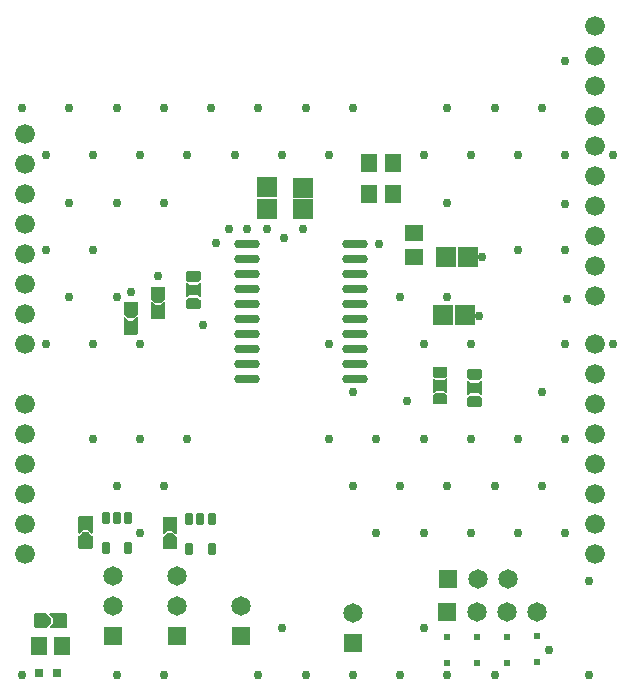
<source format=gts>
G04*
G04 #@! TF.GenerationSoftware,Altium Limited,Altium Designer,21.2.0 (30)*
G04*
G04 Layer_Color=8388736*
%FSLAX25Y25*%
%MOIN*%
G70*
G04*
G04 #@! TF.SameCoordinates,23E6F6A8-B4C1-47F9-9D7B-204F1C257D05*
G04*
G04*
G04 #@! TF.FilePolarity,Negative*
G04*
G01*
G75*
%ADD18O,0.08661X0.02953*%
G04:AMPARAMS|DCode=19|XSize=27.56mil|YSize=37.4mil|CornerRadius=4.9mil|HoleSize=0mil|Usage=FLASHONLY|Rotation=0.000|XOffset=0mil|YOffset=0mil|HoleType=Round|Shape=RoundedRectangle|*
%AMROUNDEDRECTD19*
21,1,0.02756,0.02760,0,0,0.0*
21,1,0.01776,0.03740,0,0,0.0*
1,1,0.00980,0.00888,-0.01380*
1,1,0.00980,-0.00888,-0.01380*
1,1,0.00980,-0.00888,0.01380*
1,1,0.00980,0.00888,0.01380*
%
%ADD19ROUNDEDRECTD19*%
%ADD20R,0.06693X0.06693*%
%ADD21R,0.05315X0.06299*%
%ADD22R,0.01591X0.01591*%
%ADD23R,0.03150X0.03150*%
%ADD24R,0.01591X0.01591*%
%ADD25R,0.06693X0.06693*%
%ADD26R,0.02362X0.02362*%
%ADD27R,0.06299X0.05315*%
%ADD28C,0.06496*%
%ADD29R,0.06496X0.06496*%
%ADD30R,0.06496X0.06496*%
%ADD31C,0.06591*%
%ADD32C,0.02953*%
G36*
X68288Y148306D02*
X68333Y148295D01*
X68376Y148277D01*
X68416Y148253D01*
X68451Y148223D01*
X68481Y148187D01*
X68506Y148148D01*
X68523Y148105D01*
X68534Y148060D01*
X68538Y148013D01*
Y145613D01*
X68534Y145567D01*
X68523Y145522D01*
X68511Y145492D01*
X68506Y145479D01*
X68481Y145439D01*
X68451Y145404D01*
X67851Y144804D01*
X67816Y144774D01*
X67776Y144749D01*
X67764Y144744D01*
X67733Y144732D01*
X67688Y144721D01*
X67642Y144717D01*
X64642D01*
X64595Y144721D01*
X64550Y144732D01*
X64520Y144744D01*
X64507Y144749D01*
X64468Y144774D01*
X64432Y144804D01*
X63832Y145404D01*
X63802Y145439D01*
X63778Y145479D01*
X63773Y145492D01*
X63760Y145522D01*
X63749Y145567D01*
X63745Y145613D01*
Y148013D01*
X63749Y148060D01*
X63760Y148105D01*
X63778Y148148D01*
X63802Y148187D01*
X63832Y148223D01*
X63868Y148253D01*
X63907Y148277D01*
X63950Y148295D01*
X63995Y148306D01*
X64042Y148310D01*
X68242D01*
X68288Y148306D01*
D02*
G37*
G36*
Y144518D02*
X68333Y144508D01*
X68364Y144495D01*
X68376Y144490D01*
X68416Y144466D01*
X68451Y144435D01*
X68481Y144400D01*
X68506Y144360D01*
X68511Y144348D01*
X68523Y144317D01*
X68534Y144272D01*
X68538Y144226D01*
Y140026D01*
X68534Y139980D01*
X68523Y139934D01*
X68511Y139904D01*
X68506Y139892D01*
X68481Y139852D01*
X68451Y139816D01*
X68416Y139786D01*
X68376Y139762D01*
X68364Y139757D01*
X68333Y139744D01*
X68288Y139733D01*
X68242Y139730D01*
X68195Y139733D01*
X68150Y139744D01*
X68120Y139757D01*
X68107Y139762D01*
X68068Y139786D01*
X68032Y139816D01*
X67519Y140330D01*
X64764D01*
X64251Y139816D01*
X64216Y139786D01*
X64176Y139762D01*
X64164Y139757D01*
X64133Y139744D01*
X64088Y139733D01*
X64042Y139730D01*
X63995Y139733D01*
X63950Y139744D01*
X63920Y139757D01*
X63907Y139762D01*
X63868Y139786D01*
X63832Y139816D01*
X63802Y139852D01*
X63778Y139892D01*
X63773Y139904D01*
X63760Y139934D01*
X63749Y139980D01*
X63745Y140026D01*
Y144226D01*
X63749Y144272D01*
X63760Y144317D01*
X63773Y144348D01*
X63778Y144360D01*
X63802Y144400D01*
X63832Y144435D01*
X63868Y144466D01*
X63907Y144490D01*
X63920Y144495D01*
X63950Y144508D01*
X63995Y144518D01*
X64042Y144522D01*
X64088Y144518D01*
X64133Y144508D01*
X64164Y144495D01*
X64176Y144490D01*
X64216Y144466D01*
X64251Y144435D01*
X64764Y143922D01*
X67519D01*
X68032Y144435D01*
X68068Y144466D01*
X68107Y144490D01*
X68120Y144495D01*
X68150Y144508D01*
X68195Y144518D01*
X68242Y144522D01*
X68288Y144518D01*
D02*
G37*
G36*
X56477Y143132D02*
X56522Y143121D01*
X56565Y143103D01*
X56605Y143079D01*
X56640Y143049D01*
X56670Y143014D01*
X56695Y142974D01*
X56712Y142931D01*
X56723Y142886D01*
X56727Y142839D01*
Y139239D01*
X56723Y139193D01*
X56712Y139148D01*
X56700Y139118D01*
X56695Y139105D01*
X56670Y139065D01*
X56640Y139030D01*
X55440Y137830D01*
X55405Y137800D01*
X55365Y137776D01*
X55353Y137770D01*
X55322Y137758D01*
X55277Y137747D01*
X55231Y137743D01*
X55231Y137743D01*
X53431D01*
X53384Y137747D01*
X53339Y137758D01*
X53309Y137770D01*
X53296Y137776D01*
X53257Y137800D01*
X53221Y137830D01*
X52021Y139030D01*
X51991Y139065D01*
X51967Y139105D01*
X51962Y139118D01*
X51949Y139148D01*
X51938Y139193D01*
X51934Y139239D01*
X51934Y139240D01*
Y142839D01*
X51938Y142886D01*
X51949Y142931D01*
X51967Y142974D01*
X51991Y143014D01*
X52021Y143049D01*
X52057Y143079D01*
X52096Y143103D01*
X52139Y143121D01*
X52184Y143132D01*
X52231Y143136D01*
X56431D01*
X56477Y143132D01*
D02*
G37*
G36*
Y138145D02*
X56522Y138134D01*
X56565Y138116D01*
X56605Y138092D01*
X56640Y138061D01*
X56670Y138026D01*
X56695Y137986D01*
X56712Y137943D01*
X56723Y137898D01*
X56727Y137852D01*
X56727Y137852D01*
X56727Y132621D01*
X56723Y132575D01*
X56712Y132530D01*
X56695Y132487D01*
X56670Y132447D01*
X56640Y132412D01*
X56605Y132382D01*
X56565Y132357D01*
X56522Y132340D01*
X56477Y132329D01*
X56431Y132325D01*
X52231D01*
X52184Y132329D01*
X52139Y132340D01*
X52096Y132357D01*
X52057Y132382D01*
X52021Y132412D01*
X51991Y132447D01*
X51967Y132487D01*
X51949Y132530D01*
X51938Y132575D01*
X51934Y132621D01*
X51934Y137852D01*
X51938Y137898D01*
X51949Y137943D01*
X51962Y137974D01*
X51967Y137986D01*
X51991Y138026D01*
X52021Y138061D01*
X52057Y138092D01*
X52096Y138116D01*
X52109Y138121D01*
X52139Y138134D01*
X52184Y138145D01*
X52231Y138148D01*
X52277Y138145D01*
X52322Y138134D01*
X52353Y138121D01*
X52365Y138116D01*
X52405Y138092D01*
X52440Y138061D01*
X53553Y136948D01*
X55108D01*
X56221Y138061D01*
X56257Y138092D01*
X56296Y138116D01*
X56309Y138121D01*
X56339Y138134D01*
X56384Y138145D01*
X56431Y138148D01*
X56477Y138145D01*
D02*
G37*
G36*
X67688Y139531D02*
X67733Y139520D01*
X67764Y139508D01*
X67776Y139503D01*
X67816Y139478D01*
X67851Y139448D01*
X68451Y138848D01*
X68481Y138813D01*
X68506Y138773D01*
X68511Y138760D01*
X68523Y138730D01*
X68534Y138685D01*
X68538Y138639D01*
Y136239D01*
X68534Y136192D01*
X68523Y136147D01*
X68506Y136104D01*
X68481Y136065D01*
X68451Y136029D01*
X68416Y135999D01*
X68376Y135975D01*
X68333Y135957D01*
X68288Y135946D01*
X68242Y135942D01*
X64042D01*
X63995Y135946D01*
X63950Y135957D01*
X63907Y135975D01*
X63868Y135999D01*
X63832Y136029D01*
X63802Y136065D01*
X63778Y136104D01*
X63760Y136147D01*
X63749Y136192D01*
X63745Y136239D01*
Y138639D01*
X63749Y138685D01*
X63760Y138730D01*
X63773Y138760D01*
X63778Y138773D01*
X63802Y138813D01*
X63832Y138848D01*
X64432Y139448D01*
X64468Y139478D01*
X64507Y139503D01*
X64520Y139508D01*
X64550Y139520D01*
X64595Y139531D01*
X64642Y139535D01*
X67642D01*
X67688Y139531D01*
D02*
G37*
G36*
X47422Y138070D02*
X47467Y138059D01*
X47510Y138041D01*
X47550Y138017D01*
X47585Y137987D01*
X47615Y137951D01*
X47640Y137912D01*
X47657Y137869D01*
X47668Y137823D01*
X47672Y137777D01*
Y134177D01*
X47668Y134131D01*
X47657Y134086D01*
X47645Y134055D01*
X47640Y134043D01*
X47615Y134003D01*
X47585Y133968D01*
X46385Y132768D01*
X46350Y132738D01*
X46310Y132713D01*
X46297Y132708D01*
X46267Y132695D01*
X46222Y132685D01*
X46176Y132681D01*
X46176Y132681D01*
X44376D01*
X44329Y132685D01*
X44284Y132695D01*
X44254Y132708D01*
X44241Y132713D01*
X44201Y132738D01*
X44166Y132768D01*
X42966Y133968D01*
X42936Y134003D01*
X42912Y134043D01*
X42906Y134055D01*
X42894Y134086D01*
X42883Y134131D01*
X42879Y134177D01*
X42879Y134177D01*
Y137777D01*
X42883Y137823D01*
X42894Y137869D01*
X42912Y137912D01*
X42936Y137951D01*
X42966Y137987D01*
X43001Y138017D01*
X43041Y138041D01*
X43084Y138059D01*
X43129Y138070D01*
X43176Y138073D01*
X47376D01*
X47422Y138070D01*
D02*
G37*
G36*
Y133082D02*
X47467Y133071D01*
X47510Y133054D01*
X47550Y133029D01*
X47585Y132999D01*
X47615Y132964D01*
X47640Y132924D01*
X47657Y132881D01*
X47668Y132836D01*
X47672Y132790D01*
X47672Y132790D01*
X47672Y127559D01*
X47668Y127513D01*
X47657Y127468D01*
X47640Y127425D01*
X47615Y127385D01*
X47585Y127350D01*
X47550Y127320D01*
X47510Y127295D01*
X47467Y127277D01*
X47422Y127267D01*
X47376Y127263D01*
X43176D01*
X43129Y127267D01*
X43084Y127277D01*
X43041Y127295D01*
X43001Y127320D01*
X42966Y127350D01*
X42936Y127385D01*
X42912Y127425D01*
X42894Y127468D01*
X42883Y127513D01*
X42879Y127559D01*
X42879Y132790D01*
X42883Y132836D01*
X42894Y132881D01*
X42906Y132912D01*
X42912Y132924D01*
X42936Y132964D01*
X42966Y132999D01*
X43001Y133029D01*
X43041Y133054D01*
X43054Y133059D01*
X43084Y133071D01*
X43129Y133082D01*
X43176Y133086D01*
X43222Y133082D01*
X43267Y133071D01*
X43297Y133059D01*
X43310Y133054D01*
X43350Y133029D01*
X43385Y132999D01*
X44498Y131886D01*
X46053D01*
X47166Y132999D01*
X47201Y133029D01*
X47241Y133054D01*
X47254Y133059D01*
X47284Y133071D01*
X47329Y133082D01*
X47376Y133086D01*
X47422Y133082D01*
D02*
G37*
G36*
X150572Y116416D02*
X150617Y116405D01*
X150660Y116387D01*
X150699Y116363D01*
X150735Y116333D01*
X150765Y116298D01*
X150789Y116258D01*
X150807Y116215D01*
X150818Y116170D01*
X150821Y116124D01*
Y113724D01*
X150818Y113677D01*
X150807Y113632D01*
X150794Y113602D01*
X150789Y113589D01*
X150765Y113549D01*
X150735Y113514D01*
X150135Y112914D01*
X150099Y112884D01*
X150060Y112860D01*
X150047Y112855D01*
X150017Y112842D01*
X149971Y112831D01*
X149925Y112827D01*
X146925D01*
X146879Y112831D01*
X146834Y112842D01*
X146803Y112855D01*
X146791Y112860D01*
X146751Y112884D01*
X146716Y112914D01*
X146116Y113514D01*
X146086Y113549D01*
X146061Y113589D01*
X146056Y113602D01*
X146044Y113632D01*
X146033Y113677D01*
X146029Y113724D01*
Y116124D01*
X146033Y116170D01*
X146044Y116215D01*
X146061Y116258D01*
X146086Y116298D01*
X146116Y116333D01*
X146151Y116363D01*
X146191Y116387D01*
X146234Y116405D01*
X146279Y116416D01*
X146325Y116420D01*
X150525D01*
X150572Y116416D01*
D02*
G37*
G36*
X161989Y115629D02*
X162034Y115618D01*
X162077Y115600D01*
X162117Y115576D01*
X162152Y115546D01*
X162182Y115510D01*
X162206Y115471D01*
X162224Y115428D01*
X162235Y115383D01*
X162239Y115336D01*
Y112936D01*
X162235Y112890D01*
X162224Y112845D01*
X162212Y112814D01*
X162206Y112802D01*
X162182Y112762D01*
X162152Y112727D01*
X161552Y112127D01*
X161517Y112097D01*
X161477Y112072D01*
X161464Y112067D01*
X161434Y112055D01*
X161389Y112044D01*
X161343Y112040D01*
X158343D01*
X158296Y112044D01*
X158251Y112055D01*
X158221Y112067D01*
X158208Y112072D01*
X158168Y112097D01*
X158133Y112127D01*
X157533Y112727D01*
X157503Y112762D01*
X157479Y112802D01*
X157473Y112814D01*
X157461Y112845D01*
X157450Y112890D01*
X157446Y112936D01*
Y115336D01*
X157450Y115383D01*
X157461Y115428D01*
X157479Y115471D01*
X157503Y115510D01*
X157533Y115546D01*
X157568Y115576D01*
X157608Y115600D01*
X157651Y115618D01*
X157696Y115629D01*
X157743Y115632D01*
X161943D01*
X161989Y115629D01*
D02*
G37*
G36*
X150572Y112629D02*
X150617Y112618D01*
X150647Y112605D01*
X150660Y112600D01*
X150699Y112576D01*
X150735Y112546D01*
X150765Y112510D01*
X150789Y112471D01*
X150794Y112458D01*
X150807Y112428D01*
X150818Y112382D01*
X150821Y112336D01*
Y108136D01*
X150818Y108090D01*
X150807Y108045D01*
X150794Y108014D01*
X150789Y108002D01*
X150765Y107962D01*
X150735Y107927D01*
X150699Y107897D01*
X150660Y107872D01*
X150647Y107867D01*
X150617Y107854D01*
X150572Y107844D01*
X150525Y107840D01*
X150479Y107844D01*
X150434Y107854D01*
X150403Y107867D01*
X150391Y107872D01*
X150351Y107897D01*
X150316Y107927D01*
X149802Y108440D01*
X147048D01*
X146535Y107927D01*
X146499Y107897D01*
X146460Y107872D01*
X146447Y107867D01*
X146417Y107854D01*
X146371Y107844D01*
X146325Y107840D01*
X146279Y107844D01*
X146234Y107854D01*
X146203Y107867D01*
X146191Y107872D01*
X146151Y107897D01*
X146116Y107927D01*
X146086Y107962D01*
X146061Y108002D01*
X146056Y108014D01*
X146044Y108045D01*
X146033Y108090D01*
X146029Y108136D01*
Y112336D01*
X146033Y112382D01*
X146044Y112428D01*
X146056Y112458D01*
X146061Y112471D01*
X146086Y112510D01*
X146116Y112546D01*
X146151Y112576D01*
X146191Y112600D01*
X146203Y112605D01*
X146234Y112618D01*
X146279Y112629D01*
X146325Y112632D01*
X146371Y112629D01*
X146417Y112618D01*
X146447Y112605D01*
X146460Y112600D01*
X146499Y112576D01*
X146535Y112546D01*
X147048Y112032D01*
X149802D01*
X150316Y112546D01*
X150351Y112576D01*
X150391Y112600D01*
X150403Y112605D01*
X150434Y112618D01*
X150479Y112629D01*
X150525Y112632D01*
X150572Y112629D01*
D02*
G37*
G36*
X161989Y111841D02*
X162034Y111830D01*
X162064Y111818D01*
X162077Y111813D01*
X162117Y111788D01*
X162152Y111758D01*
X162182Y111723D01*
X162206Y111683D01*
X162212Y111671D01*
X162224Y111640D01*
X162235Y111595D01*
X162239Y111549D01*
Y107349D01*
X162235Y107302D01*
X162224Y107257D01*
X162212Y107227D01*
X162206Y107214D01*
X162182Y107175D01*
X162152Y107139D01*
X162117Y107109D01*
X162077Y107085D01*
X162064Y107080D01*
X162034Y107067D01*
X161989Y107056D01*
X161943Y107053D01*
X161896Y107056D01*
X161851Y107067D01*
X161821Y107080D01*
X161808Y107085D01*
X161768Y107109D01*
X161733Y107139D01*
X161220Y107653D01*
X158465D01*
X157952Y107139D01*
X157917Y107109D01*
X157877Y107085D01*
X157864Y107080D01*
X157834Y107067D01*
X157789Y107056D01*
X157743Y107053D01*
X157696Y107056D01*
X157651Y107067D01*
X157621Y107080D01*
X157608Y107085D01*
X157568Y107109D01*
X157533Y107139D01*
X157503Y107175D01*
X157479Y107214D01*
X157473Y107227D01*
X157461Y107257D01*
X157450Y107302D01*
X157446Y107349D01*
Y111549D01*
X157450Y111595D01*
X157461Y111640D01*
X157473Y111671D01*
X157479Y111683D01*
X157503Y111723D01*
X157533Y111758D01*
X157568Y111788D01*
X157608Y111813D01*
X157621Y111818D01*
X157651Y111830D01*
X157696Y111841D01*
X157743Y111845D01*
X157789Y111841D01*
X157834Y111830D01*
X157864Y111818D01*
X157877Y111813D01*
X157917Y111788D01*
X157952Y111758D01*
X158465Y111245D01*
X161220D01*
X161733Y111758D01*
X161768Y111788D01*
X161808Y111813D01*
X161821Y111818D01*
X161851Y111830D01*
X161896Y111841D01*
X161943Y111845D01*
X161989Y111841D01*
D02*
G37*
G36*
X149971Y107641D02*
X150017Y107631D01*
X150047Y107618D01*
X150060Y107613D01*
X150099Y107588D01*
X150135Y107558D01*
X150735Y106958D01*
X150765Y106923D01*
X150789Y106883D01*
X150794Y106871D01*
X150807Y106840D01*
X150818Y106795D01*
X150821Y106749D01*
Y104349D01*
X150818Y104303D01*
X150807Y104257D01*
X150789Y104214D01*
X150765Y104175D01*
X150735Y104139D01*
X150699Y104109D01*
X150660Y104085D01*
X150617Y104067D01*
X150572Y104056D01*
X150525Y104053D01*
X146325D01*
X146279Y104056D01*
X146234Y104067D01*
X146191Y104085D01*
X146151Y104109D01*
X146116Y104139D01*
X146086Y104175D01*
X146061Y104214D01*
X146044Y104257D01*
X146033Y104303D01*
X146029Y104349D01*
Y106749D01*
X146033Y106795D01*
X146044Y106840D01*
X146056Y106871D01*
X146061Y106883D01*
X146086Y106923D01*
X146116Y106958D01*
X146716Y107558D01*
X146751Y107588D01*
X146791Y107613D01*
X146803Y107618D01*
X146834Y107631D01*
X146879Y107641D01*
X146925Y107645D01*
X149925D01*
X149971Y107641D01*
D02*
G37*
G36*
X161389Y106854D02*
X161434Y106843D01*
X161464Y106831D01*
X161477Y106825D01*
X161517Y106801D01*
X161552Y106771D01*
X162152Y106171D01*
X162182Y106135D01*
X162206Y106096D01*
X162212Y106083D01*
X162224Y106053D01*
X162235Y106008D01*
X162239Y105961D01*
Y103561D01*
X162235Y103515D01*
X162224Y103470D01*
X162206Y103427D01*
X162182Y103387D01*
X162152Y103352D01*
X162117Y103322D01*
X162077Y103297D01*
X162034Y103280D01*
X161989Y103269D01*
X161943Y103265D01*
X157743D01*
X157696Y103269D01*
X157651Y103280D01*
X157608Y103297D01*
X157568Y103322D01*
X157533Y103352D01*
X157503Y103387D01*
X157479Y103427D01*
X157461Y103470D01*
X157450Y103515D01*
X157446Y103561D01*
Y105961D01*
X157450Y106008D01*
X157461Y106053D01*
X157473Y106083D01*
X157479Y106096D01*
X157503Y106135D01*
X157533Y106171D01*
X158133Y106771D01*
X158168Y106801D01*
X158208Y106825D01*
X158221Y106831D01*
X158251Y106843D01*
X158296Y106854D01*
X158343Y106858D01*
X161343D01*
X161389Y106854D01*
D02*
G37*
G36*
X32349Y66734D02*
X32394Y66723D01*
X32437Y66706D01*
X32476Y66681D01*
X32512Y66651D01*
X32542Y66616D01*
X32566Y66576D01*
X32584Y66533D01*
X32595Y66488D01*
X32599Y66442D01*
X32599Y61211D01*
X32595Y61165D01*
X32584Y61120D01*
X32572Y61089D01*
X32566Y61076D01*
X32542Y61037D01*
X32512Y61002D01*
X32476Y60971D01*
X32437Y60947D01*
X32424Y60942D01*
X32394Y60929D01*
X32349Y60918D01*
X32302Y60915D01*
X32256Y60918D01*
X32211Y60929D01*
X32181Y60942D01*
X32168Y60947D01*
X32128Y60971D01*
X32093Y61002D01*
X30980Y62115D01*
X29425D01*
X28312Y61002D01*
X28277Y60971D01*
X28237Y60947D01*
X28224Y60942D01*
X28194Y60929D01*
X28149Y60918D01*
X28102Y60915D01*
X28056Y60918D01*
X28011Y60929D01*
X27968Y60947D01*
X27928Y60971D01*
X27893Y61002D01*
X27863Y61037D01*
X27839Y61076D01*
X27821Y61120D01*
X27810Y61165D01*
X27806Y61211D01*
X27806Y61211D01*
X27806Y66442D01*
X27810Y66488D01*
X27821Y66533D01*
X27839Y66576D01*
X27863Y66616D01*
X27893Y66651D01*
X27928Y66681D01*
X27968Y66706D01*
X28011Y66723D01*
X28056Y66734D01*
X28102Y66738D01*
X32302D01*
X32349Y66734D01*
D02*
G37*
G36*
X60414Y66434D02*
X60459Y66423D01*
X60502Y66406D01*
X60542Y66381D01*
X60577Y66351D01*
X60607Y66316D01*
X60632Y66276D01*
X60649Y66233D01*
X60660Y66188D01*
X60664Y66142D01*
X60664Y60911D01*
X60660Y60865D01*
X60649Y60820D01*
X60637Y60789D01*
X60632Y60777D01*
X60607Y60737D01*
X60577Y60702D01*
X60542Y60671D01*
X60502Y60647D01*
X60490Y60642D01*
X60459Y60629D01*
X60414Y60619D01*
X60368Y60615D01*
X60321Y60619D01*
X60276Y60629D01*
X60246Y60642D01*
X60233Y60647D01*
X60194Y60671D01*
X60158Y60702D01*
X59045Y61815D01*
X57490D01*
X56377Y60702D01*
X56342Y60671D01*
X56302Y60647D01*
X56290Y60642D01*
X56259Y60629D01*
X56214Y60619D01*
X56168Y60615D01*
X56121Y60619D01*
X56076Y60629D01*
X56033Y60647D01*
X55994Y60671D01*
X55958Y60702D01*
X55928Y60737D01*
X55904Y60777D01*
X55886Y60820D01*
X55875Y60865D01*
X55871Y60911D01*
X55871Y60911D01*
X55871Y66142D01*
X55875Y66188D01*
X55886Y66233D01*
X55904Y66276D01*
X55928Y66316D01*
X55958Y66351D01*
X55994Y66381D01*
X56033Y66406D01*
X56076Y66423D01*
X56121Y66434D01*
X56168Y66438D01*
X60368D01*
X60414Y66434D01*
D02*
G37*
G36*
X29302Y61320D02*
X31102D01*
X31149Y61316D01*
X31194Y61305D01*
X31224Y61293D01*
X31237Y61287D01*
X31277Y61263D01*
X31312Y61233D01*
X32512Y60033D01*
X32542Y59998D01*
X32566Y59958D01*
X32572Y59945D01*
X32584Y59915D01*
X32595Y59870D01*
X32599Y59824D01*
X32599Y59824D01*
Y56224D01*
X32595Y56177D01*
X32584Y56132D01*
X32566Y56089D01*
X32542Y56050D01*
X32512Y56014D01*
X32476Y55984D01*
X32437Y55960D01*
X32394Y55942D01*
X32349Y55931D01*
X32302Y55927D01*
X28102D01*
X28056Y55931D01*
X28011Y55942D01*
X27968Y55960D01*
X27928Y55984D01*
X27893Y56014D01*
X27863Y56050D01*
X27839Y56089D01*
X27821Y56132D01*
X27810Y56177D01*
X27806Y56224D01*
Y59824D01*
X27810Y59870D01*
X27821Y59915D01*
X27833Y59945D01*
X27839Y59958D01*
X27863Y59998D01*
X27893Y60033D01*
X29093Y61233D01*
X29128Y61263D01*
X29168Y61287D01*
X29180Y61293D01*
X29211Y61305D01*
X29256Y61316D01*
X29302Y61320D01*
X29302Y61320D01*
D02*
G37*
G36*
X57368Y61020D02*
X59168D01*
X59214Y61016D01*
X59259Y61005D01*
X59290Y60993D01*
X59302Y60988D01*
X59342Y60963D01*
X59377Y60933D01*
X60577Y59733D01*
X60607Y59698D01*
X60632Y59658D01*
X60637Y59645D01*
X60649Y59615D01*
X60660Y59570D01*
X60664Y59524D01*
X60664Y59523D01*
Y55924D01*
X60660Y55877D01*
X60649Y55832D01*
X60632Y55789D01*
X60607Y55749D01*
X60577Y55714D01*
X60542Y55684D01*
X60502Y55660D01*
X60459Y55642D01*
X60414Y55631D01*
X60368Y55627D01*
X56168D01*
X56121Y55631D01*
X56076Y55642D01*
X56033Y55660D01*
X55994Y55684D01*
X55958Y55714D01*
X55928Y55749D01*
X55904Y55789D01*
X55886Y55832D01*
X55875Y55877D01*
X55871Y55924D01*
Y59524D01*
X55875Y59570D01*
X55886Y59615D01*
X55899Y59645D01*
X55904Y59658D01*
X55928Y59698D01*
X55958Y59733D01*
X57158Y60933D01*
X57194Y60963D01*
X57233Y60988D01*
X57246Y60993D01*
X57276Y61005D01*
X57321Y61016D01*
X57368Y61020D01*
X57368Y61020D01*
D02*
G37*
G36*
X18447Y34286D02*
X23678Y34286D01*
X23724Y34282D01*
X23769Y34271D01*
X23812Y34254D01*
X23852Y34229D01*
X23887Y34199D01*
X23918Y34164D01*
X23942Y34124D01*
X23960Y34081D01*
X23970Y34036D01*
X23974Y33990D01*
Y29790D01*
X23970Y29743D01*
X23960Y29698D01*
X23942Y29655D01*
X23918Y29616D01*
X23887Y29580D01*
X23852Y29550D01*
X23812Y29526D01*
X23769Y29508D01*
X23724Y29497D01*
X23678Y29494D01*
X18447Y29494D01*
X18401Y29497D01*
X18356Y29508D01*
X18325Y29521D01*
X18313Y29526D01*
X18273Y29550D01*
X18238Y29580D01*
X18208Y29616D01*
X18183Y29655D01*
X18178Y29668D01*
X18166Y29698D01*
X18155Y29743D01*
X18151Y29790D01*
X18155Y29836D01*
X18166Y29881D01*
X18178Y29912D01*
X18183Y29924D01*
X18208Y29964D01*
X18238Y29999D01*
X19351Y31113D01*
Y32667D01*
X18238Y33780D01*
X18208Y33816D01*
X18183Y33855D01*
X18178Y33868D01*
X18166Y33898D01*
X18155Y33943D01*
X18151Y33990D01*
X18155Y34036D01*
X18166Y34081D01*
X18183Y34124D01*
X18208Y34164D01*
X18238Y34199D01*
X18273Y34229D01*
X18313Y34254D01*
X18356Y34271D01*
X18401Y34282D01*
X18447Y34286D01*
X18447Y34286D01*
D02*
G37*
G36*
X17106Y34282D02*
X17151Y34271D01*
X17182Y34259D01*
X17194Y34254D01*
X17234Y34229D01*
X17269Y34199D01*
X18469Y32999D01*
X18499Y32964D01*
X18524Y32924D01*
X18529Y32912D01*
X18541Y32881D01*
X18552Y32836D01*
X18556Y32790D01*
X18556Y32790D01*
Y30990D01*
X18552Y30943D01*
X18541Y30898D01*
X18529Y30868D01*
X18524Y30855D01*
X18499Y30816D01*
X18469Y30780D01*
X17269Y29580D01*
X17234Y29550D01*
X17194Y29526D01*
X17182Y29521D01*
X17151Y29508D01*
X17106Y29497D01*
X17060Y29494D01*
X17060Y29494D01*
X13460D01*
X13413Y29497D01*
X13368Y29508D01*
X13325Y29526D01*
X13286Y29550D01*
X13250Y29580D01*
X13220Y29616D01*
X13196Y29655D01*
X13178Y29698D01*
X13167Y29743D01*
X13164Y29790D01*
Y33990D01*
X13167Y34036D01*
X13178Y34081D01*
X13196Y34124D01*
X13220Y34164D01*
X13250Y34199D01*
X13286Y34229D01*
X13325Y34254D01*
X13368Y34271D01*
X13413Y34282D01*
X13460Y34286D01*
X17060D01*
X17106Y34282D01*
D02*
G37*
D18*
X83858Y157539D02*
D03*
Y152539D02*
D03*
Y147539D02*
D03*
Y142539D02*
D03*
Y137539D02*
D03*
Y132539D02*
D03*
Y127539D02*
D03*
Y122539D02*
D03*
Y117539D02*
D03*
Y112539D02*
D03*
X120079Y157539D02*
D03*
Y152539D02*
D03*
Y147539D02*
D03*
Y142539D02*
D03*
Y137539D02*
D03*
Y132539D02*
D03*
Y127539D02*
D03*
Y122539D02*
D03*
Y117539D02*
D03*
Y112539D02*
D03*
D19*
X44376Y66226D02*
D03*
X40635D02*
D03*
X36895D02*
D03*
Y56186D02*
D03*
X44376D02*
D03*
X72244Y65650D02*
D03*
X68504D02*
D03*
X64764D02*
D03*
Y55610D02*
D03*
X72244D02*
D03*
D20*
X102756Y168966D02*
D03*
Y176249D02*
D03*
X90551Y169064D02*
D03*
Y176347D02*
D03*
D21*
X124803Y184556D02*
D03*
X132677D02*
D03*
X124803Y174016D02*
D03*
X132677D02*
D03*
X22441Y23328D02*
D03*
X14567D02*
D03*
D22*
X58268Y58024D02*
D03*
Y64511D02*
D03*
X30202Y64811D02*
D03*
Y58324D02*
D03*
X66142Y142126D02*
D03*
Y137739D02*
D03*
Y146513D02*
D03*
X54331Y134252D02*
D03*
Y140739D02*
D03*
X148425Y110236D02*
D03*
Y114624D02*
D03*
Y105849D02*
D03*
X159843Y109449D02*
D03*
Y113836D02*
D03*
Y105061D02*
D03*
X45276Y129190D02*
D03*
Y135677D02*
D03*
D23*
X14764Y14567D02*
D03*
X20669D02*
D03*
D24*
X15560Y31890D02*
D03*
X22047D02*
D03*
D25*
X156791Y133659D02*
D03*
X149508D02*
D03*
X150295Y153150D02*
D03*
X157579D02*
D03*
D26*
X160787Y26378D02*
D03*
Y17717D02*
D03*
X170787Y26378D02*
D03*
Y17717D02*
D03*
X150787Y26378D02*
D03*
Y17717D02*
D03*
X180787Y26632D02*
D03*
Y17970D02*
D03*
D27*
X139656Y153150D02*
D03*
Y161024D02*
D03*
D28*
X180787Y34881D02*
D03*
X170787D02*
D03*
X160787D02*
D03*
X39370Y46614D02*
D03*
Y36614D02*
D03*
X60630Y46614D02*
D03*
Y36614D02*
D03*
X119291Y34409D02*
D03*
X171024Y45669D02*
D03*
X161024D02*
D03*
X81890Y36614D02*
D03*
D29*
X150787Y34881D02*
D03*
X151024Y45669D02*
D03*
D30*
X39370Y26614D02*
D03*
X60630Y26614D02*
D03*
X119291Y24409D02*
D03*
X81890Y26614D02*
D03*
D31*
X10000Y194016D02*
D03*
X200000Y124016D02*
D03*
Y94016D02*
D03*
Y230000D02*
D03*
Y220000D02*
D03*
Y210000D02*
D03*
Y200000D02*
D03*
Y190000D02*
D03*
Y180000D02*
D03*
Y170000D02*
D03*
Y160000D02*
D03*
Y150000D02*
D03*
Y140000D02*
D03*
Y114016D02*
D03*
Y104016D02*
D03*
Y84016D02*
D03*
Y74016D02*
D03*
Y64016D02*
D03*
Y54016D02*
D03*
X10000Y184016D02*
D03*
Y174016D02*
D03*
Y164016D02*
D03*
Y154016D02*
D03*
Y144016D02*
D03*
Y134016D02*
D03*
Y104016D02*
D03*
Y94016D02*
D03*
Y84016D02*
D03*
Y74016D02*
D03*
Y64016D02*
D03*
Y124016D02*
D03*
Y54016D02*
D03*
D32*
X32677Y187008D02*
D03*
Y92520D02*
D03*
X56299Y202756D02*
D03*
X190551Y138976D02*
D03*
X190157Y170866D02*
D03*
X205906Y187008D02*
D03*
Y124016D02*
D03*
X198031Y45276D02*
D03*
Y13780D02*
D03*
X190157Y218504D02*
D03*
X182283Y202756D02*
D03*
X190157Y187008D02*
D03*
Y155512D02*
D03*
Y124016D02*
D03*
X182283Y108268D02*
D03*
X190157Y92520D02*
D03*
X182283Y76772D02*
D03*
X190157Y61024D02*
D03*
X166535Y202756D02*
D03*
X174409Y187008D02*
D03*
Y155512D02*
D03*
Y92520D02*
D03*
X166535Y76772D02*
D03*
X174409Y61024D02*
D03*
X166535Y13780D02*
D03*
X150787Y202756D02*
D03*
X158661Y187008D02*
D03*
X150787Y171260D02*
D03*
Y139764D02*
D03*
X158661Y124016D02*
D03*
Y92520D02*
D03*
X150787Y76772D02*
D03*
X158661Y61024D02*
D03*
X150787Y13780D02*
D03*
X142913Y187008D02*
D03*
X135039Y139764D02*
D03*
X142913Y124016D02*
D03*
Y92520D02*
D03*
X135039Y76772D02*
D03*
X142913Y61024D02*
D03*
Y29528D02*
D03*
X135039Y13780D02*
D03*
X119291Y202756D02*
D03*
Y108268D02*
D03*
X127165Y92520D02*
D03*
X119291Y76772D02*
D03*
X127165Y61024D02*
D03*
X119291Y13780D02*
D03*
X103543Y202756D02*
D03*
X111417Y187008D02*
D03*
Y124016D02*
D03*
Y92520D02*
D03*
X103543Y13780D02*
D03*
X87795Y202756D02*
D03*
X95669Y187008D02*
D03*
Y29528D02*
D03*
X87795Y13780D02*
D03*
X72047Y202756D02*
D03*
X79921Y187008D02*
D03*
X64173D02*
D03*
X56299Y171260D02*
D03*
X64173Y92520D02*
D03*
X56299Y76772D02*
D03*
Y13780D02*
D03*
X40551Y202756D02*
D03*
X48425Y187008D02*
D03*
X40551Y171260D02*
D03*
Y139764D02*
D03*
X48425Y124016D02*
D03*
Y92520D02*
D03*
X40551Y76772D02*
D03*
X48425Y61024D02*
D03*
X40551Y13780D02*
D03*
X24803Y202756D02*
D03*
Y171260D02*
D03*
X32677Y155512D02*
D03*
X24803Y139764D02*
D03*
X32677Y124016D02*
D03*
X9055Y202756D02*
D03*
X16929Y187008D02*
D03*
Y155512D02*
D03*
Y124016D02*
D03*
X9055Y13780D02*
D03*
X83858Y162598D02*
D03*
X77953D02*
D03*
X73622Y157874D02*
D03*
X96457Y159449D02*
D03*
X102756Y162598D02*
D03*
X90551D02*
D03*
X127953Y157480D02*
D03*
X137402Y105118D02*
D03*
X161417Y133465D02*
D03*
X45276Y141339D02*
D03*
X54331Y146850D02*
D03*
X69291Y130315D02*
D03*
X184646Y22047D02*
D03*
X162205Y153150D02*
D03*
M02*

</source>
